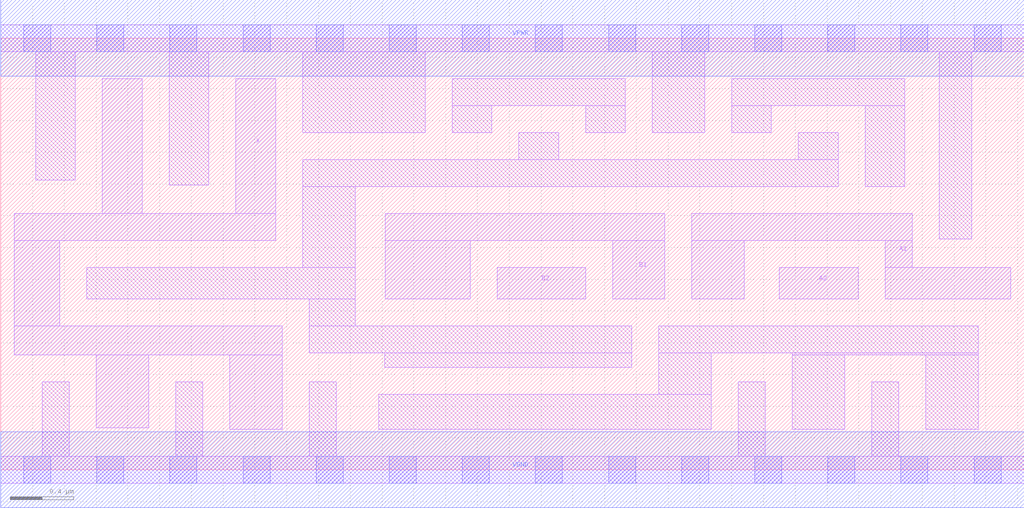
<source format=lef>
# Copyright 2020 The SkyWater PDK Authors
#
# Licensed under the Apache License, Version 2.0 (the "License");
# you may not use this file except in compliance with the License.
# You may obtain a copy of the License at
#
#     https://www.apache.org/licenses/LICENSE-2.0
#
# Unless required by applicable law or agreed to in writing, software
# distributed under the License is distributed on an "AS IS" BASIS,
# WITHOUT WARRANTIES OR CONDITIONS OF ANY KIND, either express or implied.
# See the License for the specific language governing permissions and
# limitations under the License.
#
# SPDX-License-Identifier: Apache-2.0

VERSION 5.7 ;
  NAMESCASESENSITIVE ON ;
  NOWIREEXTENSIONATPIN ON ;
  DIVIDERCHAR "/" ;
  BUSBITCHARS "[]" ;
UNITS
  DATABASE MICRONS 200 ;
END UNITS
MACRO sky130_fd_sc_hd__o22a_4
  CLASS CORE ;
  SOURCE USER ;
  FOREIGN sky130_fd_sc_hd__o22a_4 ;
  ORIGIN  0.000000  0.000000 ;
  SIZE  6.440000 BY  2.720000 ;
  SYMMETRY X Y R90 ;
  SITE unithd ;
  PIN A1
    ANTENNAGATEAREA  0.495000 ;
    DIRECTION INPUT ;
    USE SIGNAL ;
    PORT
      LAYER li1 ;
        RECT 4.350000 1.075000 4.680000 1.445000 ;
        RECT 4.350000 1.445000 5.735000 1.615000 ;
        RECT 5.565000 1.075000 6.355000 1.275000 ;
        RECT 5.565000 1.275000 5.735000 1.445000 ;
    END
  END A1
  PIN A2
    ANTENNAGATEAREA  0.495000 ;
    DIRECTION INPUT ;
    USE SIGNAL ;
    PORT
      LAYER li1 ;
        RECT 4.900000 1.075000 5.395000 1.275000 ;
    END
  END A2
  PIN B1
    ANTENNAGATEAREA  0.495000 ;
    DIRECTION INPUT ;
    USE SIGNAL ;
    PORT
      LAYER li1 ;
        RECT 2.420000 1.075000 2.955000 1.445000 ;
        RECT 2.420000 1.445000 4.180000 1.615000 ;
        RECT 3.850000 1.075000 4.180000 1.445000 ;
    END
  END B1
  PIN B2
    ANTENNAGATEAREA  0.495000 ;
    DIRECTION INPUT ;
    USE SIGNAL ;
    PORT
      LAYER li1 ;
        RECT 3.125000 1.075000 3.680000 1.275000 ;
    END
  END B2
  PIN X
    ANTENNADIFFAREA  0.891000 ;
    DIRECTION OUTPUT ;
    USE SIGNAL ;
    PORT
      LAYER li1 ;
        RECT 0.085000 0.725000 1.770000 0.905000 ;
        RECT 0.085000 0.905000 0.370000 1.445000 ;
        RECT 0.085000 1.445000 1.730000 1.615000 ;
        RECT 0.600000 0.265000 0.930000 0.725000 ;
        RECT 0.640000 1.615000 0.890000 2.465000 ;
        RECT 1.440000 0.255000 1.770000 0.725000 ;
        RECT 1.480000 1.615000 1.730000 2.465000 ;
    END
  END X
  PIN VGND
    DIRECTION INOUT ;
    SHAPE ABUTMENT ;
    USE GROUND ;
    PORT
      LAYER met1 ;
        RECT 0.000000 -0.240000 6.440000 0.240000 ;
    END
  END VGND
  PIN VPWR
    DIRECTION INOUT ;
    SHAPE ABUTMENT ;
    USE POWER ;
    PORT
      LAYER met1 ;
        RECT 0.000000 2.480000 6.440000 2.960000 ;
    END
  END VPWR
  OBS
    LAYER li1 ;
      RECT 0.000000 -0.085000 6.440000 0.085000 ;
      RECT 0.000000  2.635000 6.440000 2.805000 ;
      RECT 0.220000  1.825000 0.470000 2.635000 ;
      RECT 0.260000  0.085000 0.430000 0.555000 ;
      RECT 0.540000  1.075000 2.230000 1.275000 ;
      RECT 1.060000  1.795000 1.310000 2.635000 ;
      RECT 1.100000  0.085000 1.270000 0.555000 ;
      RECT 1.900000  1.275000 2.230000 1.785000 ;
      RECT 1.900000  1.785000 5.270000 1.955000 ;
      RECT 1.900000  2.125000 2.670000 2.635000 ;
      RECT 1.940000  0.085000 2.110000 0.555000 ;
      RECT 1.940000  0.735000 3.970000 0.905000 ;
      RECT 1.940000  0.905000 2.230000 1.075000 ;
      RECT 2.380000  0.255000 4.470000 0.475000 ;
      RECT 2.415000  0.645000 3.970000 0.735000 ;
      RECT 2.840000  2.125000 3.090000 2.295000 ;
      RECT 2.840000  2.295000 3.930000 2.465000 ;
      RECT 3.260000  1.955000 3.510000 2.125000 ;
      RECT 3.680000  2.125000 3.930000 2.295000 ;
      RECT 4.100000  2.125000 4.430000 2.635000 ;
      RECT 4.140000  0.475000 4.470000 0.735000 ;
      RECT 4.140000  0.735000 6.150000 0.905000 ;
      RECT 4.600000  2.125000 4.850000 2.295000 ;
      RECT 4.600000  2.295000 5.690000 2.465000 ;
      RECT 4.640000  0.085000 4.810000 0.555000 ;
      RECT 4.980000  0.255000 5.310000 0.725000 ;
      RECT 4.980000  0.725000 6.150000 0.735000 ;
      RECT 5.020000  1.955000 5.270000 2.125000 ;
      RECT 5.440000  1.785000 5.690000 2.295000 ;
      RECT 5.480000  0.085000 5.650000 0.555000 ;
      RECT 5.820000  0.255000 6.150000 0.725000 ;
      RECT 5.905000  1.455000 6.110000 2.635000 ;
    LAYER mcon ;
      RECT 0.145000 -0.085000 0.315000 0.085000 ;
      RECT 0.145000  2.635000 0.315000 2.805000 ;
      RECT 0.605000 -0.085000 0.775000 0.085000 ;
      RECT 0.605000  2.635000 0.775000 2.805000 ;
      RECT 1.065000 -0.085000 1.235000 0.085000 ;
      RECT 1.065000  2.635000 1.235000 2.805000 ;
      RECT 1.525000 -0.085000 1.695000 0.085000 ;
      RECT 1.525000  2.635000 1.695000 2.805000 ;
      RECT 1.985000 -0.085000 2.155000 0.085000 ;
      RECT 1.985000  2.635000 2.155000 2.805000 ;
      RECT 2.445000 -0.085000 2.615000 0.085000 ;
      RECT 2.445000  2.635000 2.615000 2.805000 ;
      RECT 2.905000 -0.085000 3.075000 0.085000 ;
      RECT 2.905000  2.635000 3.075000 2.805000 ;
      RECT 3.365000 -0.085000 3.535000 0.085000 ;
      RECT 3.365000  2.635000 3.535000 2.805000 ;
      RECT 3.825000 -0.085000 3.995000 0.085000 ;
      RECT 3.825000  2.635000 3.995000 2.805000 ;
      RECT 4.285000 -0.085000 4.455000 0.085000 ;
      RECT 4.285000  2.635000 4.455000 2.805000 ;
      RECT 4.745000 -0.085000 4.915000 0.085000 ;
      RECT 4.745000  2.635000 4.915000 2.805000 ;
      RECT 5.205000 -0.085000 5.375000 0.085000 ;
      RECT 5.205000  2.635000 5.375000 2.805000 ;
      RECT 5.665000 -0.085000 5.835000 0.085000 ;
      RECT 5.665000  2.635000 5.835000 2.805000 ;
      RECT 6.125000 -0.085000 6.295000 0.085000 ;
      RECT 6.125000  2.635000 6.295000 2.805000 ;
  END
END sky130_fd_sc_hd__o22a_4

</source>
